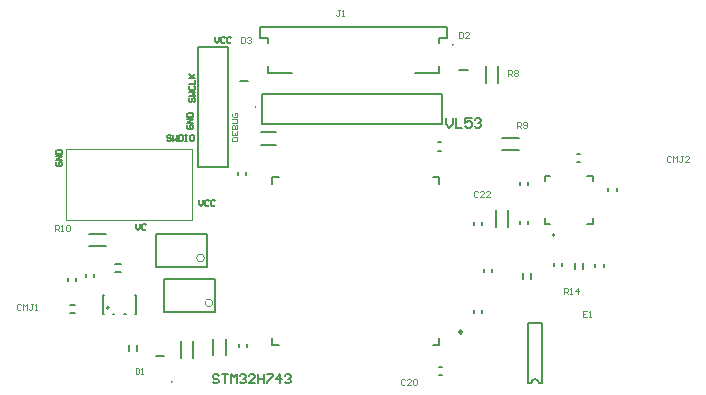
<source format=gto>
G04*
G04 #@! TF.GenerationSoftware,Altium Limited,Altium Designer,21.3.2 (30)*
G04*
G04 Layer_Color=65535*
%FSLAX43Y43*%
%MOMM*%
G71*
G04*
G04 #@! TF.SameCoordinates,FC902942-77D8-4BC3-8EBF-9AFE0F54990F*
G04*
G04*
G04 #@! TF.FilePolarity,Positive*
G04*
G01*
G75*
%ADD10C,0.127*%
%ADD11C,0.200*%
%ADD12C,0.000*%
%ADD13C,0.250*%
%ADD14C,0.152*%
%ADD15C,0.100*%
%ADD16C,0.203*%
%ADD17C,0.102*%
D10*
X37800Y56200D02*
G03*
X37800Y56200I-100J0D01*
G01*
X66948Y78452D02*
G03*
X66948Y78452I-51J0D01*
G01*
X50253Y73196D02*
G03*
X50253Y73196I-51J0D01*
G01*
X43153Y49945D02*
G03*
X43153Y49945I-51J0D01*
G01*
X74700Y63280D02*
Y63770D01*
Y63280D02*
X75190D01*
X78800Y66890D02*
Y67380D01*
X78310D02*
X78800D01*
X78310Y63280D02*
X78800D01*
Y63770D01*
X74700Y67380D02*
X75190D01*
X74700Y66890D02*
Y67380D01*
X40127Y63285D02*
Y62946D01*
X40296Y62777D01*
X40466Y62946D01*
Y63285D01*
X40973Y63200D02*
X40889Y63285D01*
X40719D01*
X40635Y63200D01*
Y62862D01*
X40719Y62777D01*
X40889D01*
X40973Y62862D01*
X33400Y68516D02*
X33315Y68431D01*
Y68262D01*
X33400Y68177D01*
X33738D01*
X33823Y68262D01*
Y68431D01*
X33738Y68516D01*
X33569D01*
Y68346D01*
X33823Y68685D02*
X33315D01*
X33823Y69023D01*
X33315D01*
Y69193D02*
X33823D01*
Y69447D01*
X33738Y69531D01*
X33400D01*
X33315Y69447D01*
Y69193D01*
X44550Y71666D02*
X44465Y71581D01*
Y71412D01*
X44550Y71327D01*
X44888D01*
X44973Y71412D01*
Y71581D01*
X44888Y71666D01*
X44719D01*
Y71496D01*
X44973Y71835D02*
X44465D01*
X44973Y72173D01*
X44465D01*
Y72343D02*
X44973D01*
Y72597D01*
X44888Y72681D01*
X44550D01*
X44465Y72597D01*
Y72343D01*
X44650Y73916D02*
X44565Y73831D01*
Y73662D01*
X44650Y73577D01*
X44734D01*
X44819Y73662D01*
Y73831D01*
X44904Y73916D01*
X44988D01*
X45073Y73831D01*
Y73662D01*
X44988Y73577D01*
X44565Y74085D02*
X45073D01*
X44904Y74254D01*
X45073Y74423D01*
X44565D01*
X44650Y74931D02*
X44565Y74847D01*
Y74677D01*
X44650Y74593D01*
X44988D01*
X45073Y74677D01*
Y74847D01*
X44988Y74931D01*
X44565Y75101D02*
X45073D01*
Y75439D01*
X44565Y75608D02*
X45073D01*
X44904D01*
X44565Y75947D01*
X44819Y75693D01*
X45073Y75947D01*
X43066Y70750D02*
X42981Y70835D01*
X42812D01*
X42727Y70750D01*
Y70666D01*
X42812Y70581D01*
X42981D01*
X43066Y70496D01*
Y70412D01*
X42981Y70327D01*
X42812D01*
X42727Y70412D01*
X43235Y70835D02*
Y70327D01*
X43404Y70496D01*
X43573Y70327D01*
Y70835D01*
X43743D02*
Y70327D01*
X43997D01*
X44081Y70412D01*
Y70750D01*
X43997Y70835D01*
X43743D01*
X44251D02*
X44420D01*
X44335D01*
Y70327D01*
X44251D01*
X44420D01*
X44928Y70835D02*
X44758D01*
X44674Y70750D01*
Y70412D01*
X44758Y70327D01*
X44928D01*
X45012Y70412D01*
Y70750D01*
X44928Y70835D01*
X46777Y79135D02*
Y78796D01*
X46946Y78627D01*
X47116Y78796D01*
Y79135D01*
X47623Y79050D02*
X47539Y79135D01*
X47369D01*
X47285Y79050D01*
Y78712D01*
X47369Y78627D01*
X47539D01*
X47623Y78712D01*
X48131Y79050D02*
X48047Y79135D01*
X47877D01*
X47793Y79050D01*
Y78712D01*
X47877Y78627D01*
X48047D01*
X48131Y78712D01*
X45427Y65335D02*
Y64996D01*
X45596Y64827D01*
X45766Y64996D01*
Y65335D01*
X46273Y65250D02*
X46189Y65335D01*
X46019D01*
X45935Y65250D01*
Y64912D01*
X46019Y64827D01*
X46189D01*
X46273Y64912D01*
X46781Y65250D02*
X46697Y65335D01*
X46527D01*
X46443Y65250D01*
Y64912D01*
X46527Y64827D01*
X46697D01*
X46781Y64912D01*
D11*
X74217Y49825D02*
G03*
X73582Y49825I-317J0D01*
G01*
X75550Y62330D02*
G03*
X75550Y62330I-100J0D01*
G01*
X74217Y49825D02*
X74515D01*
X73285D02*
X73582D01*
X73285D02*
Y54905D01*
X74515D01*
Y49825D02*
Y54905D01*
X66425Y79050D02*
Y80000D01*
X65725Y79050D02*
X66425D01*
X50575Y80000D02*
X66425D01*
X65725Y78600D02*
Y79050D01*
Y76100D02*
Y76700D01*
X63725Y76100D02*
X65725D01*
X51275Y76100D02*
X53275D01*
X51275Y78600D02*
Y79050D01*
Y76100D02*
Y76700D01*
X50575Y79050D02*
Y80000D01*
Y79050D02*
X51275D01*
X45380Y68100D02*
X47920D01*
X45380D02*
Y78260D01*
X47920Y68100D02*
Y78260D01*
X45380D02*
X47920D01*
X50800Y71730D02*
Y74270D01*
X66040Y71730D02*
Y74270D01*
X50800Y71730D02*
X66040D01*
X50800Y74270D02*
X66040D01*
X65800Y53050D02*
Y53625D01*
Y66675D02*
Y67250D01*
X51600D02*
X52175D01*
X65225D02*
X65800D01*
X51600Y53050D02*
Y53625D01*
Y66675D02*
Y67250D01*
Y53050D02*
X52175D01*
X65225D02*
X65800D01*
X66384Y72250D02*
Y71717D01*
X66650Y71450D01*
X66917Y71717D01*
Y72250D01*
X67184D02*
Y71450D01*
X67717D01*
X68516Y72250D02*
X67983D01*
Y71850D01*
X68250Y71983D01*
X68383D01*
X68516Y71850D01*
Y71583D01*
X68383Y71450D01*
X68117D01*
X67983Y71583D01*
X68783Y72117D02*
X68916Y72250D01*
X69183D01*
X69316Y72117D01*
Y71983D01*
X69183Y71850D01*
X69050D01*
X69183D01*
X69316Y71717D01*
Y71583D01*
X69183Y71450D01*
X68916D01*
X68783Y71583D01*
D12*
X46600Y56600D02*
G03*
X46600Y56600I-325J0D01*
G01*
X45900Y60400D02*
G03*
X45900Y60400I-325J0D01*
G01*
D13*
X67725Y54150D02*
G03*
X67725Y54150I-125J0D01*
G01*
D14*
X36165Y61392D02*
X37587D01*
X36165Y62408D02*
X37587D01*
X35844Y58757D02*
Y59011D01*
X36556Y58757D02*
Y59011D01*
X37278Y57310D02*
X37372D01*
X40028D02*
X40122D01*
X40028Y55690D02*
X40122D01*
X37278D02*
X37372D01*
X39128D02*
X39222D01*
X38178D02*
X38272D01*
X37278D02*
Y57310D01*
X40122Y55690D02*
Y57310D01*
X71113Y70558D02*
X72535D01*
X71113Y69542D02*
X72535D01*
X67494Y76294D02*
X68206D01*
X70758Y75213D02*
Y76635D01*
X69742Y75213D02*
Y76635D01*
X48894Y75354D02*
X49606D01*
X69406Y55757D02*
Y56011D01*
X68694Y55757D02*
Y56011D01*
X41794Y52104D02*
X42506D01*
X34487Y56456D02*
X34945D01*
X34487Y55744D02*
X34945D01*
X38337Y59906D02*
X38795D01*
X38337Y59194D02*
X38795D01*
X39494Y52537D02*
Y52995D01*
X40206Y52537D02*
Y52995D01*
X35056Y58439D02*
Y58693D01*
X34344Y58439D02*
Y58693D01*
X80806Y66107D02*
Y66361D01*
X80094Y66107D02*
Y66361D01*
X77457Y69206D02*
X77711D01*
X77457Y68494D02*
X77711D01*
X73306Y66607D02*
Y66861D01*
X72594Y66607D02*
Y66861D01*
X47709Y52216D02*
Y53536D01*
X46591Y52216D02*
Y53536D01*
X65757Y51206D02*
X66011D01*
X65757Y50494D02*
X66011D01*
X71608Y63063D02*
Y64485D01*
X70592Y63063D02*
Y64485D01*
X65707Y70206D02*
X65961D01*
X65707Y69494D02*
X65961D01*
X69406Y63207D02*
Y63461D01*
X68694Y63207D02*
Y63461D01*
X44958Y51915D02*
Y53337D01*
X43942Y51915D02*
Y53337D01*
X50666Y69991D02*
X51986D01*
X50666Y71109D02*
X51986D01*
X77244Y59505D02*
Y59963D01*
X77956Y59505D02*
Y59963D01*
X72844Y58637D02*
Y59095D01*
X73556Y58637D02*
Y59095D01*
X79706Y59607D02*
Y59861D01*
X78994Y59607D02*
Y59861D01*
X76206Y59757D02*
Y60011D01*
X75494Y59757D02*
Y60011D01*
X72594Y63239D02*
Y63493D01*
X73306Y63239D02*
Y63493D01*
X70256Y59239D02*
Y59493D01*
X69544Y59239D02*
Y59493D01*
X48744Y67407D02*
Y67661D01*
X49456Y67407D02*
Y67661D01*
X49506Y52839D02*
Y53093D01*
X48794Y52839D02*
Y53093D01*
X47107Y50454D02*
X46980Y50581D01*
X46726D01*
X46599Y50454D01*
Y50327D01*
X46726Y50200D01*
X46980D01*
X47107Y50073D01*
Y49946D01*
X46980Y49819D01*
X46726D01*
X46599Y49946D01*
X47361Y50581D02*
X47869D01*
X47615D01*
Y49819D01*
X48123D02*
Y50581D01*
X48376Y50327D01*
X48630Y50581D01*
Y49819D01*
X48884Y50454D02*
X49011Y50581D01*
X49265D01*
X49392Y50454D01*
Y50327D01*
X49265Y50200D01*
X49138D01*
X49265D01*
X49392Y50073D01*
Y49946D01*
X49265Y49819D01*
X49011D01*
X48884Y49946D01*
X50154Y49819D02*
X49646D01*
X50154Y50327D01*
Y50454D01*
X50027Y50581D01*
X49773D01*
X49646Y50454D01*
X50408Y50581D02*
Y49819D01*
Y50200D01*
X50916D01*
Y50581D01*
Y49819D01*
X51170Y50581D02*
X51677D01*
Y50454D01*
X51170Y49946D01*
Y49819D01*
X52312D02*
Y50581D01*
X51931Y50200D01*
X52439D01*
X52693Y50454D02*
X52820Y50581D01*
X53074D01*
X53201Y50454D01*
Y50327D01*
X53074Y50200D01*
X52947D01*
X53074D01*
X53201Y50073D01*
Y49946D01*
X53074Y49819D01*
X52820D01*
X52693Y49946D01*
D15*
X44850Y63600D02*
Y66600D01*
Y69600D01*
X34216Y63600D02*
X44850D01*
X34216D02*
Y69600D01*
X44850D01*
X30400Y56417D02*
X30317Y56500D01*
X30150D01*
X30067Y56417D01*
Y56083D01*
X30150Y56000D01*
X30317D01*
X30400Y56083D01*
X30567Y56000D02*
Y56500D01*
X30733Y56333D01*
X30900Y56500D01*
Y56000D01*
X31400Y56500D02*
X31233D01*
X31317D01*
Y56083D01*
X31233Y56000D01*
X31150D01*
X31067Y56083D01*
X31566Y56000D02*
X31733D01*
X31650D01*
Y56500D01*
X31566Y56417D01*
X85417Y68967D02*
X85334Y69050D01*
X85167D01*
X85084Y68967D01*
Y68633D01*
X85167Y68550D01*
X85334D01*
X85417Y68633D01*
X85583Y68550D02*
Y69050D01*
X85750Y68883D01*
X85917Y69050D01*
Y68550D01*
X86417Y69050D02*
X86250D01*
X86333D01*
Y68633D01*
X86250Y68550D01*
X86167D01*
X86083Y68633D01*
X86916Y68550D02*
X86583D01*
X86916Y68883D01*
Y68967D01*
X86833Y69050D01*
X86666D01*
X86583Y68967D01*
X48200Y70334D02*
X48700D01*
Y70584D01*
X48617Y70667D01*
X48283D01*
X48200Y70584D01*
Y70334D01*
Y71167D02*
Y70834D01*
X48700D01*
Y71167D01*
X48450Y70834D02*
Y71000D01*
X48200Y71333D02*
X48700D01*
Y71583D01*
X48617Y71667D01*
X48533D01*
X48450Y71583D01*
Y71333D01*
Y71583D01*
X48367Y71667D01*
X48283D01*
X48200Y71583D01*
Y71333D01*
Y71833D02*
X48617D01*
X48700Y71917D01*
Y72083D01*
X48617Y72166D01*
X48200D01*
X48283Y72666D02*
X48200Y72583D01*
Y72416D01*
X48283Y72333D01*
X48617D01*
X48700Y72416D01*
Y72583D01*
X48617Y72666D01*
X48450D01*
Y72500D01*
X76325Y57350D02*
Y57850D01*
X76575D01*
X76658Y57767D01*
Y57600D01*
X76575Y57517D01*
X76325D01*
X76492D02*
X76658Y57350D01*
X76825D02*
X76992D01*
X76908D01*
Y57850D01*
X76825Y57767D01*
X77491Y57350D02*
Y57850D01*
X77242Y57600D01*
X77575D01*
X78300Y55900D02*
X77967D01*
Y55400D01*
X78300D01*
X77967Y55650D02*
X78133D01*
X78467Y55400D02*
X78633D01*
X78550D01*
Y55900D01*
X78467Y55817D01*
X40067Y51050D02*
Y50550D01*
X40317D01*
X40400Y50633D01*
Y50967D01*
X40317Y51050D01*
X40067D01*
X40567Y50550D02*
X40733D01*
X40650D01*
Y51050D01*
X40567Y50967D01*
X57400Y81400D02*
X57233D01*
X57317D01*
Y80983D01*
X57233Y80900D01*
X57150D01*
X57067Y80983D01*
X57567Y80900D02*
X57733D01*
X57650D01*
Y81400D01*
X57567Y81317D01*
X69042Y65996D02*
X68958Y66079D01*
X68792D01*
X68709Y65996D01*
Y65662D01*
X68792Y65579D01*
X68958D01*
X69042Y65662D01*
X69542Y65579D02*
X69208D01*
X69542Y65912D01*
Y65996D01*
X69458Y66079D01*
X69292D01*
X69208Y65996D01*
X70041Y65579D02*
X69708D01*
X70041Y65912D01*
Y65996D01*
X69958Y66079D01*
X69792D01*
X69708Y65996D01*
X62867Y50067D02*
X62783Y50150D01*
X62617D01*
X62534Y50067D01*
Y49733D01*
X62617Y49650D01*
X62783D01*
X62867Y49733D01*
X63367Y49650D02*
X63033D01*
X63367Y49983D01*
Y50067D01*
X63283Y50150D01*
X63117D01*
X63033Y50067D01*
X63533D02*
X63617Y50150D01*
X63783D01*
X63866Y50067D01*
Y49733D01*
X63783Y49650D01*
X63617D01*
X63533Y49733D01*
Y50067D01*
D16*
X42500Y58650D02*
X46800D01*
X42500Y55850D02*
Y58650D01*
Y55850D02*
X46800D01*
Y58650D01*
X41800Y62450D02*
X46100D01*
X41800Y59650D02*
Y62450D01*
Y59650D02*
X46100D01*
Y62450D01*
D17*
X33215Y62696D02*
Y63204D01*
X33469D01*
X33554Y63119D01*
Y62950D01*
X33469Y62865D01*
X33215D01*
X33384D02*
X33554Y62696D01*
X33723D02*
X33892D01*
X33808D01*
Y63204D01*
X33723Y63119D01*
X34146D02*
X34231Y63204D01*
X34400D01*
X34485Y63119D01*
Y62781D01*
X34400Y62696D01*
X34231D01*
X34146Y62781D01*
Y63119D01*
X72327Y71396D02*
Y71904D01*
X72581D01*
X72665Y71819D01*
Y71650D01*
X72581Y71565D01*
X72327D01*
X72496D02*
X72665Y71396D01*
X72835Y71481D02*
X72919Y71396D01*
X73089D01*
X73173Y71481D01*
Y71819D01*
X73089Y71904D01*
X72919D01*
X72835Y71819D01*
Y71735D01*
X72919Y71650D01*
X73173D01*
X71577Y75796D02*
Y76304D01*
X71831D01*
X71915Y76219D01*
Y76050D01*
X71831Y75965D01*
X71577D01*
X71746D02*
X71915Y75796D01*
X72085Y76219D02*
X72169Y76304D01*
X72339D01*
X72423Y76219D01*
Y76135D01*
X72339Y76050D01*
X72423Y75965D01*
Y75881D01*
X72339Y75796D01*
X72169D01*
X72085Y75881D01*
Y75965D01*
X72169Y76050D01*
X72085Y76135D01*
Y76219D01*
X72169Y76050D02*
X72339D01*
X48977Y79154D02*
Y78646D01*
X49231D01*
X49315Y78731D01*
Y79069D01*
X49231Y79154D01*
X48977D01*
X49485Y79069D02*
X49569Y79154D01*
X49739D01*
X49823Y79069D01*
Y78985D01*
X49739Y78900D01*
X49654D01*
X49739D01*
X49823Y78815D01*
Y78731D01*
X49739Y78646D01*
X49569D01*
X49485Y78731D01*
X67427Y79504D02*
Y78996D01*
X67681D01*
X67765Y79081D01*
Y79419D01*
X67681Y79504D01*
X67427D01*
X68273Y78996D02*
X67935D01*
X68273Y79335D01*
Y79419D01*
X68189Y79504D01*
X68019D01*
X67935Y79419D01*
M02*

</source>
